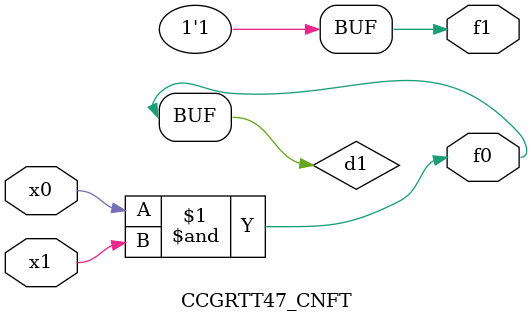
<source format=v>
module CCGRTT47_CNFT(
	input x0, x1,
	output f0, f1
);

	wire d1;

	assign f0 = d1;
	and (d1, x0, x1);
	assign f1 = 1'b1;
endmodule

</source>
